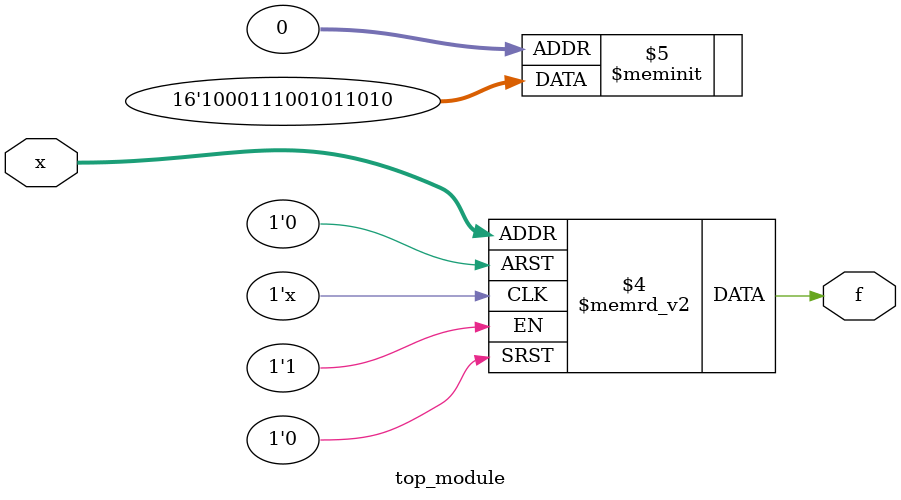
<source format=sv>
module top_module (
    input [4:1] x,
    output logic f
);

always_comb begin
    case (x)
        4'b0001, 4'b0011, 4'b1011, 4'b1111: f = 1'b1; // Minterms 1, 3, 11, 15
        4'b0100, 4'b0110, 4'b1001, 4'b1010: f = 1'b1; // Don't care conditions
        default: f = 1'b0;
    endcase
end

endmodule

</source>
